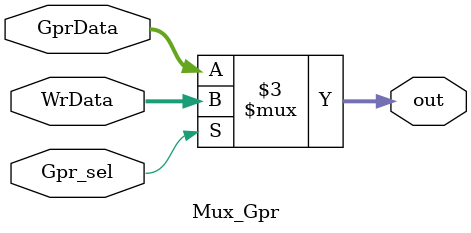
<source format=v>

module RegDst_mux(
		input [1:0] RegDst,
		input [20:16] Instrl_rs,
		input [15:11] Instrl_rt,
		output reg [4:0] Reg_rd
    );
	 
	always@(RegDst or Instrl_rs or Instrl_rt)begin
		case(RegDst)
			2'b00: Reg_rd = Instrl_rs[20:16];
			2'b01: Reg_rd = Instrl_rt[15:11];		
			2'b10: Reg_rd = 5'b11111;
		endcase
	end
endmodule



module ALUSrc_mux(
	input [31:0] grf_out,
	input [31:0] extend_out,
	input ALUSrc,
	output reg [31:0] ALUSrc_mux_out
	);	
	
	always@(grf_out or extend_out or ALUSrc)begin
		if(ALUSrc == 1) ALUSrc_mux_out = extend_out;
		else ALUSrc_mux_out = grf_out;
	end
endmodule

module ShamtSrc_mux(
  input [4:0] in,
  input ShamtSrc,
  output reg [4:0] out);
  
  always@(in or ShamtSrc) begin
    if(ShamtSrc == 1) out = in;
    else out = 5'b00000;
  end
endmodule


module DatatoReg_mux(
	input [31:0] ALU_data,
	input [31:0] Mem_data,
	input [31:0] PC_data,
	input [1:0]  DatatoReg,
	output reg [31:0] DatatoReg_out
	);
	
	always@(ALU_data or Mem_data or DatatoReg or PC_data) begin
		case(DatatoReg)
			2'b00: DatatoReg_out = ALU_data;
			2'b01: DatatoReg_out = Mem_data;	
			2'b10: DatatoReg_out = PC_data - 4;		
		endcase
	end
endmodule

module ForwardA_mux(
	input [1:0] ForwardA,
	input [31:0] grf_out_A, //ID/EX
	input [31:0] dm, //MEM/WB
	input [31:0] ALURes, //EX/MEM
	output reg [31:0] out
);

	always@(*) begin
		if(ForwardA == 2'b00)
			out <= grf_out_A;
		else if(ForwardA == 2'b01)
			out <= dm;
		else if(ForwardA == 2'b10)
			out <= ALURes;
	end
endmodule

module ForwardB_mux(
	input [1:0] ForwardB,
	input [31:0] grf_out_B,
	input [31:0] dm, 
	input [31:0] ALURes,
	output reg [31:0] out
);

	always@(*) begin
		if(ForwardB == 2'b00)
			out <= grf_out_B;
		else if(ForwardB == 2'b01)
			out <= dm;
		else if(ForwardB == 2'b10)
			out <= ALURes;
	end
endmodule

module Mux_Gpr(
	input Gpr_sel,
	input [31:0] WrData,
	input [31:0] GprData,
	output reg [31:0] out
);

	always @(*) begin
		if(Gpr_sel)
			out <= WrData;
		else
			out <= GprData;
	end
endmodule
</source>
